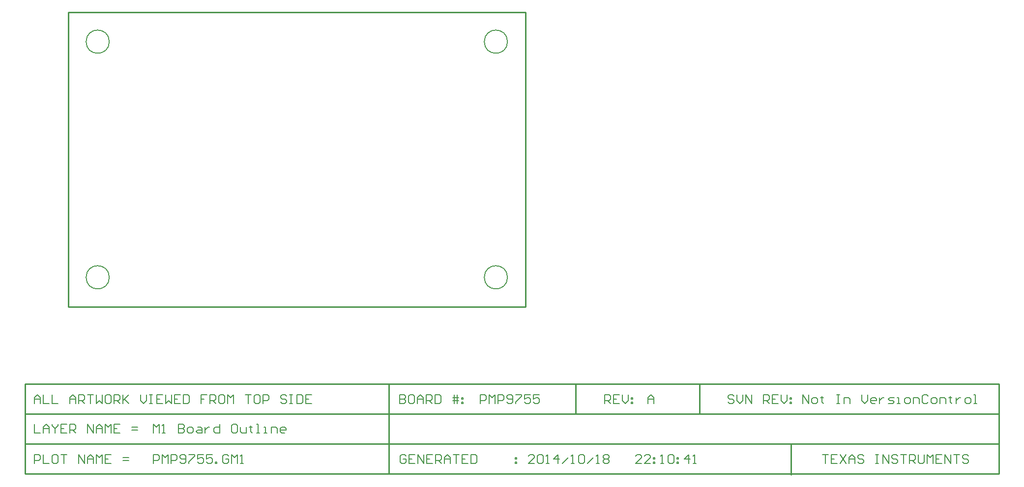
<source format=gm1>
%FSAX25Y25*%
%MOIN*%
G70*
G01*
G75*
G04 Layer_Color=11296232*
%ADD10C,0.03000*%
%ADD11C,0.01500*%
%ADD12C,0.01400*%
%ADD13R,0.02362X0.01969*%
%ADD14R,0.03740X0.03937*%
%ADD15R,0.08858X0.07677*%
%ADD16R,0.11417X0.21260*%
%ADD17R,0.03602X0.04803*%
%ADD18R,0.03937X0.03740*%
%ADD19R,0.10512X0.10000*%
%ADD20R,0.03000X0.05000*%
%ADD21R,0.08000X0.14000*%
%ADD22R,0.05000X0.01500*%
%ADD23R,0.05118X0.13386*%
%ADD24R,0.02362X0.05906*%
%ADD25C,0.01000*%
%ADD26C,0.02000*%
%ADD27C,0.10000*%
%ADD28C,0.00800*%
%ADD29R,0.07000X0.06500*%
%ADD30R,0.08500X0.03500*%
%ADD31R,0.15500X0.02676*%
%ADD32R,0.07500X0.03500*%
%ADD33R,0.14500X0.18000*%
%ADD34R,0.11500X0.04500*%
%ADD35R,0.02500X0.06500*%
%ADD36R,0.08500X0.12500*%
%ADD37R,0.10000X0.12000*%
%ADD38R,0.10000X0.10000*%
%ADD39R,0.05498X0.06227*%
%ADD40R,0.14500X0.07000*%
%ADD41R,0.16000X0.12000*%
%ADD42R,0.08000X0.07000*%
%ADD43R,0.11000X0.02500*%
%ADD44R,0.11012X0.05619*%
%ADD45R,0.09000X0.09000*%
%ADD46R,0.23000X0.16000*%
%ADD47R,0.20000X0.15000*%
%ADD48R,0.14720X0.04998*%
%ADD49R,0.04720X0.04845*%
%ADD50R,0.22000X0.06000*%
%ADD51R,0.12000X0.05000*%
%ADD52R,0.09000X0.06000*%
%ADD53R,0.05000X0.04000*%
%ADD54R,0.04000X0.05000*%
%ADD55R,0.08000X0.06000*%
%ADD56R,0.05000X0.05850*%
%ADD57R,0.06000X0.06000*%
%ADD58R,0.11500X0.05000*%
%ADD59R,0.06000X0.04998*%
%ADD60R,0.04998X0.05000*%
%ADD61R,1.25500X0.05000*%
%ADD62R,0.57000X0.12000*%
%ADD63R,0.24500X0.17500*%
%ADD64R,0.21227X0.14000*%
%ADD65R,1.34000X0.16000*%
%ADD66R,0.24500X0.04000*%
%ADD67R,0.18000X0.04500*%
%ADD68R,0.72000X0.39000*%
%ADD69R,0.06500X0.08500*%
%ADD70R,0.11024X0.11024*%
%ADD71C,0.11024*%
%ADD72R,0.06496X0.06496*%
%ADD73C,0.06496*%
%ADD74C,0.06299*%
%ADD75R,0.06299X0.06299*%
%ADD76C,0.06693*%
%ADD77R,0.06496X0.06496*%
%ADD78C,0.04000*%
%ADD79C,0.03200*%
%ADD80C,0.05000*%
%ADD81R,0.07000X0.08000*%
%ADD82R,0.10404X0.02104*%
%ADD83C,0.00787*%
%ADD84C,0.00984*%
%ADD85C,0.00700*%
%ADD86C,0.00600*%
%ADD87R,0.02000X0.09200*%
%ADD88R,0.02756X0.02362*%
%ADD89R,0.04134X0.04331*%
%ADD90R,0.09252X0.08071*%
%ADD91R,0.11811X0.21654*%
%ADD92R,0.03996X0.05197*%
%ADD93R,0.04331X0.04134*%
%ADD94R,0.10906X0.10394*%
%ADD95R,0.03394X0.05394*%
%ADD96R,0.08394X0.14394*%
%ADD97R,0.05394X0.01894*%
%ADD98R,0.05512X0.13780*%
%ADD99R,0.02756X0.06299*%
%ADD100R,0.11417X0.11417*%
%ADD101C,0.11417*%
%ADD102R,0.06693X0.06693*%
%ADD103C,0.07087*%
%ADD104C,0.04394*%
%ADD105C,0.03594*%
%ADD106C,0.00500*%
G54D25*
X0069200Y0353400D02*
X0379200D01*
Y0153400D02*
Y0353400D01*
X0069200Y0153400D02*
X0379200D01*
X0069200D02*
Y0353400D01*
X0559400Y0039400D02*
Y0059683D01*
X0440500Y0040050D02*
X0700200D01*
Y0101050D01*
X0286500Y0040050D02*
Y0101050D01*
X0040000Y0040050D02*
Y0101050D01*
X0040050Y0040050D02*
X0197600D01*
X0040050D02*
Y0101050D01*
Y0101050D02*
X0700200D01*
X0040000Y0040050D02*
X0440500D01*
X0040000Y0060383D02*
X0700000D01*
X0040000Y0080717D02*
X0700200D01*
X0413200D02*
Y0101050D01*
X0497200Y0080717D02*
Y0101050D01*
G54D28*
X0126900Y0067551D02*
Y0073549D01*
X0128899Y0071549D01*
X0130899Y0073549D01*
Y0067551D01*
X0132898D02*
X0134897D01*
X0133898D01*
Y0073549D01*
X0132898Y0072549D01*
X0143895Y0073549D02*
Y0067551D01*
X0146894D01*
X0147893Y0068550D01*
Y0069550D01*
X0146894Y0070550D01*
X0143895D01*
X0146894D01*
X0147893Y0071549D01*
Y0072549D01*
X0146894Y0073549D01*
X0143895D01*
X0150892Y0067551D02*
X0152892D01*
X0153891Y0068550D01*
Y0070550D01*
X0152892Y0071549D01*
X0150892D01*
X0149893Y0070550D01*
Y0068550D01*
X0150892Y0067551D01*
X0156890Y0071549D02*
X0158890D01*
X0159889Y0070550D01*
Y0067551D01*
X0156890D01*
X0155891Y0068550D01*
X0156890Y0069550D01*
X0159889D01*
X0161889Y0071549D02*
Y0067551D01*
Y0069550D01*
X0162888Y0070550D01*
X0163888Y0071549D01*
X0164888D01*
X0171885Y0073549D02*
Y0067551D01*
X0168886D01*
X0167887Y0068550D01*
Y0070550D01*
X0168886Y0071549D01*
X0171885D01*
X0182882Y0073549D02*
X0180883D01*
X0179883Y0072549D01*
Y0068550D01*
X0180883Y0067551D01*
X0182882D01*
X0183882Y0068550D01*
Y0072549D01*
X0182882Y0073549D01*
X0185881Y0071549D02*
Y0068550D01*
X0186881Y0067551D01*
X0189880D01*
Y0071549D01*
X0192879Y0072549D02*
Y0071549D01*
X0191879D01*
X0193878D01*
X0192879D01*
Y0068550D01*
X0193878Y0067551D01*
X0196877D02*
X0198877D01*
X0197877D01*
Y0073549D01*
X0196877D01*
X0201876Y0067551D02*
X0203875D01*
X0202875D01*
Y0071549D01*
X0201876D01*
X0206874Y0067551D02*
Y0071549D01*
X0209873D01*
X0210873Y0070550D01*
Y0067551D01*
X0215871D02*
X0213872D01*
X0212872Y0068550D01*
Y0070550D01*
X0213872Y0071549D01*
X0215871D01*
X0216871Y0070550D01*
Y0069550D01*
X0212872D01*
X0580500Y0052965D02*
X0584499D01*
X0582499D01*
Y0046966D01*
X0590497Y0052965D02*
X0586498D01*
Y0046966D01*
X0590497D01*
X0586498Y0049966D02*
X0588497D01*
X0592496Y0052965D02*
X0596495Y0046966D01*
Y0052965D02*
X0592496Y0046966D01*
X0598494D02*
Y0050965D01*
X0600493Y0052965D01*
X0602493Y0050965D01*
Y0046966D01*
Y0049966D01*
X0598494D01*
X0608491Y0051965D02*
X0607491Y0052965D01*
X0605492D01*
X0604492Y0051965D01*
Y0050965D01*
X0605492Y0049966D01*
X0607491D01*
X0608491Y0048966D01*
Y0047966D01*
X0607491Y0046966D01*
X0605492D01*
X0604492Y0047966D01*
X0616488Y0052965D02*
X0618488D01*
X0617488D01*
Y0046966D01*
X0616488D01*
X0618488D01*
X0621487D02*
Y0052965D01*
X0625486Y0046966D01*
Y0052965D01*
X0631484Y0051965D02*
X0630484Y0052965D01*
X0628484D01*
X0627485Y0051965D01*
Y0050965D01*
X0628484Y0049966D01*
X0630484D01*
X0631484Y0048966D01*
Y0047966D01*
X0630484Y0046966D01*
X0628484D01*
X0627485Y0047966D01*
X0633483Y0052965D02*
X0637482D01*
X0635482D01*
Y0046966D01*
X0639481D02*
Y0052965D01*
X0642480D01*
X0643480Y0051965D01*
Y0049966D01*
X0642480Y0048966D01*
X0639481D01*
X0641480D02*
X0643480Y0046966D01*
X0645479Y0052965D02*
Y0047966D01*
X0646479Y0046966D01*
X0648478D01*
X0649478Y0047966D01*
Y0052965D01*
X0651477Y0046966D02*
Y0052965D01*
X0653476Y0050965D01*
X0655476Y0052965D01*
Y0046966D01*
X0661474Y0052965D02*
X0657475D01*
Y0046966D01*
X0661474D01*
X0657475Y0049966D02*
X0659474D01*
X0663473Y0046966D02*
Y0052965D01*
X0667472Y0046966D01*
Y0052965D01*
X0669471D02*
X0673470D01*
X0671471D01*
Y0046966D01*
X0679468Y0051965D02*
X0678468Y0052965D01*
X0676469D01*
X0675469Y0051965D01*
Y0050965D01*
X0676469Y0049966D01*
X0678468D01*
X0679468Y0048966D01*
Y0047966D01*
X0678468Y0046966D01*
X0676469D01*
X0675469Y0047966D01*
X0458049Y0046966D02*
X0454050D01*
X0458049Y0050965D01*
Y0051965D01*
X0457049Y0052965D01*
X0455050D01*
X0454050Y0051965D01*
X0464047Y0046966D02*
X0460048D01*
X0464047Y0050965D01*
Y0051965D01*
X0463047Y0052965D01*
X0461048D01*
X0460048Y0051965D01*
X0466046Y0050965D02*
X0467046D01*
Y0049966D01*
X0466046D01*
Y0050965D01*
Y0047966D02*
X0467046D01*
Y0046966D01*
X0466046D01*
Y0047966D01*
X0471044Y0046966D02*
X0473044D01*
X0472044D01*
Y0052965D01*
X0471044Y0051965D01*
X0476043D02*
X0477043Y0052965D01*
X0479042D01*
X0480042Y0051965D01*
Y0047966D01*
X0479042Y0046966D01*
X0477043D01*
X0476043Y0047966D01*
Y0051965D01*
X0482041Y0050965D02*
X0483041D01*
Y0049966D01*
X0482041D01*
Y0050965D01*
Y0047966D02*
X0483041D01*
Y0046966D01*
X0482041D01*
Y0047966D01*
X0490038Y0046966D02*
Y0052965D01*
X0487039Y0049966D01*
X0491038D01*
X0493037Y0046966D02*
X0495037D01*
X0494037D01*
Y0052965D01*
X0493037Y0051965D01*
X0046350Y0046966D02*
Y0052965D01*
X0049349D01*
X0050349Y0051965D01*
Y0049966D01*
X0049349Y0048966D01*
X0046350D01*
X0052348Y0052965D02*
Y0046966D01*
X0056347D01*
X0061345Y0052965D02*
X0059346D01*
X0058346Y0051965D01*
Y0047966D01*
X0059346Y0046966D01*
X0061345D01*
X0062345Y0047966D01*
Y0051965D01*
X0061345Y0052965D01*
X0064344D02*
X0068343D01*
X0066343D01*
Y0046966D01*
X0076340D02*
Y0052965D01*
X0080339Y0046966D01*
Y0052965D01*
X0082338Y0046966D02*
Y0050965D01*
X0084338Y0052965D01*
X0086337Y0050965D01*
Y0046966D01*
Y0049966D01*
X0082338D01*
X0088336Y0046966D02*
Y0052965D01*
X0090336Y0050965D01*
X0092335Y0052965D01*
Y0046966D01*
X0098333Y0052965D02*
X0094335D01*
Y0046966D01*
X0098333D01*
X0094335Y0049966D02*
X0096334D01*
X0106331Y0048966D02*
X0110329D01*
X0106331Y0050965D02*
X0110329D01*
X0046350Y0073549D02*
Y0067551D01*
X0050349D01*
X0052348D02*
Y0071549D01*
X0054347Y0073549D01*
X0056347Y0071549D01*
Y0067551D01*
Y0070550D01*
X0052348D01*
X0058346Y0073549D02*
Y0072549D01*
X0060346Y0070550D01*
X0062345Y0072549D01*
Y0073549D01*
X0060346Y0070550D02*
Y0067551D01*
X0068343Y0073549D02*
X0064344D01*
Y0067551D01*
X0068343D01*
X0064344Y0070550D02*
X0066343D01*
X0070342Y0067551D02*
Y0073549D01*
X0073341D01*
X0074341Y0072549D01*
Y0070550D01*
X0073341Y0069550D01*
X0070342D01*
X0072342D02*
X0074341Y0067551D01*
X0082338D02*
Y0073549D01*
X0086337Y0067551D01*
Y0073549D01*
X0088336Y0067551D02*
Y0071549D01*
X0090336Y0073549D01*
X0092335Y0071549D01*
Y0067551D01*
Y0070550D01*
X0088336D01*
X0094335Y0067551D02*
Y0073549D01*
X0096334Y0071549D01*
X0098333Y0073549D01*
Y0067551D01*
X0104331Y0073549D02*
X0100332D01*
Y0067551D01*
X0104331D01*
X0100332Y0070550D02*
X0102332D01*
X0112329Y0069550D02*
X0116327D01*
X0112329Y0071549D02*
X0116327D01*
X0294000Y0093831D02*
Y0087833D01*
X0296999D01*
X0297999Y0088833D01*
Y0089833D01*
X0296999Y0090832D01*
X0294000D01*
X0296999D01*
X0297999Y0091832D01*
Y0092832D01*
X0296999Y0093831D01*
X0294000D01*
X0302997D02*
X0300998D01*
X0299998Y0092832D01*
Y0088833D01*
X0300998Y0087833D01*
X0302997D01*
X0303997Y0088833D01*
Y0092832D01*
X0302997Y0093831D01*
X0305996Y0087833D02*
Y0091832D01*
X0307996Y0093831D01*
X0309995Y0091832D01*
Y0087833D01*
Y0090832D01*
X0305996D01*
X0311994Y0087833D02*
Y0093831D01*
X0314993D01*
X0315993Y0092832D01*
Y0090832D01*
X0314993Y0089833D01*
X0311994D01*
X0313994D02*
X0315993Y0087833D01*
X0317992Y0093831D02*
Y0087833D01*
X0320991D01*
X0321991Y0088833D01*
Y0092832D01*
X0320991Y0093831D01*
X0317992D01*
X0330988Y0087833D02*
Y0093831D01*
X0332987D02*
Y0087833D01*
X0329988Y0091832D02*
X0332987D01*
X0333987D01*
X0329988Y0089833D02*
X0333987D01*
X0335986Y0091832D02*
X0336986D01*
Y0090832D01*
X0335986D01*
Y0091832D01*
Y0088833D02*
X0336986D01*
Y0087833D01*
X0335986D01*
Y0088833D01*
X0348550Y0087833D02*
Y0093831D01*
X0351549D01*
X0352549Y0092832D01*
Y0090832D01*
X0351549Y0089833D01*
X0348550D01*
X0354548Y0087833D02*
Y0093831D01*
X0356547Y0091832D01*
X0358547Y0093831D01*
Y0087833D01*
X0360546D02*
Y0093831D01*
X0363545D01*
X0364545Y0092832D01*
Y0090832D01*
X0363545Y0089833D01*
X0360546D01*
X0366544Y0088833D02*
X0367544Y0087833D01*
X0369543D01*
X0370543Y0088833D01*
Y0092832D01*
X0369543Y0093831D01*
X0367544D01*
X0366544Y0092832D01*
Y0091832D01*
X0367544Y0090832D01*
X0370543D01*
X0372542Y0093831D02*
X0376541D01*
Y0092832D01*
X0372542Y0088833D01*
Y0087833D01*
X0382539Y0093831D02*
X0378540D01*
Y0090832D01*
X0380540Y0091832D01*
X0381539D01*
X0382539Y0090832D01*
Y0088833D01*
X0381539Y0087833D01*
X0379540D01*
X0378540Y0088833D01*
X0388537Y0093831D02*
X0384538D01*
Y0090832D01*
X0386538Y0091832D01*
X0387537D01*
X0388537Y0090832D01*
Y0088833D01*
X0387537Y0087833D01*
X0385538D01*
X0384538Y0088833D01*
X0462150Y0087833D02*
Y0091832D01*
X0464149Y0093831D01*
X0466149Y0091832D01*
Y0087833D01*
Y0090832D01*
X0462150D01*
X0046350Y0087833D02*
Y0091832D01*
X0048349Y0093831D01*
X0050349Y0091832D01*
Y0087833D01*
Y0090832D01*
X0046350D01*
X0052348Y0093831D02*
Y0087833D01*
X0056347D01*
X0058346Y0093831D02*
Y0087833D01*
X0062345D01*
X0070342D02*
Y0091832D01*
X0072342Y0093831D01*
X0074341Y0091832D01*
Y0087833D01*
Y0090832D01*
X0070342D01*
X0076340Y0087833D02*
Y0093831D01*
X0079339D01*
X0080339Y0092832D01*
Y0090832D01*
X0079339Y0089833D01*
X0076340D01*
X0078340D02*
X0080339Y0087833D01*
X0082338Y0093831D02*
X0086337D01*
X0084338D01*
Y0087833D01*
X0088336Y0093831D02*
Y0087833D01*
X0090336Y0089833D01*
X0092335Y0087833D01*
Y0093831D01*
X0097334D02*
X0095334D01*
X0094335Y0092832D01*
Y0088833D01*
X0095334Y0087833D01*
X0097334D01*
X0098333Y0088833D01*
Y0092832D01*
X0097334Y0093831D01*
X0100332Y0087833D02*
Y0093831D01*
X0103332D01*
X0104331Y0092832D01*
Y0090832D01*
X0103332Y0089833D01*
X0100332D01*
X0102332D02*
X0104331Y0087833D01*
X0106331Y0093831D02*
Y0087833D01*
Y0089833D01*
X0110329Y0093831D01*
X0107330Y0090832D01*
X0110329Y0087833D01*
X0118327Y0093831D02*
Y0089833D01*
X0120326Y0087833D01*
X0122325Y0089833D01*
Y0093831D01*
X0124325D02*
X0126324D01*
X0125324D01*
Y0087833D01*
X0124325D01*
X0126324D01*
X0133322Y0093831D02*
X0129323D01*
Y0087833D01*
X0133322D01*
X0129323Y0090832D02*
X0131323D01*
X0135321Y0093831D02*
Y0087833D01*
X0137321Y0089833D01*
X0139320Y0087833D01*
Y0093831D01*
X0145318D02*
X0141319D01*
Y0087833D01*
X0145318D01*
X0141319Y0090832D02*
X0143319D01*
X0147317Y0093831D02*
Y0087833D01*
X0150316D01*
X0151316Y0088833D01*
Y0092832D01*
X0150316Y0093831D01*
X0147317D01*
X0163312D02*
X0159313D01*
Y0090832D01*
X0161313D01*
X0159313D01*
Y0087833D01*
X0165312D02*
Y0093831D01*
X0168310D01*
X0169310Y0092832D01*
Y0090832D01*
X0168310Y0089833D01*
X0165312D01*
X0167311D02*
X0169310Y0087833D01*
X0174309Y0093831D02*
X0172309D01*
X0171310Y0092832D01*
Y0088833D01*
X0172309Y0087833D01*
X0174309D01*
X0175308Y0088833D01*
Y0092832D01*
X0174309Y0093831D01*
X0177308Y0087833D02*
Y0093831D01*
X0179307Y0091832D01*
X0181306Y0093831D01*
Y0087833D01*
X0189304Y0093831D02*
X0193303D01*
X0191303D01*
Y0087833D01*
X0198301Y0093831D02*
X0196301D01*
X0195302Y0092832D01*
Y0088833D01*
X0196301Y0087833D01*
X0198301D01*
X0199301Y0088833D01*
Y0092832D01*
X0198301Y0093831D01*
X0201300Y0087833D02*
Y0093831D01*
X0204299D01*
X0205299Y0092832D01*
Y0090832D01*
X0204299Y0089833D01*
X0201300D01*
X0217295Y0092832D02*
X0216295Y0093831D01*
X0214296D01*
X0213296Y0092832D01*
Y0091832D01*
X0214296Y0090832D01*
X0216295D01*
X0217295Y0089833D01*
Y0088833D01*
X0216295Y0087833D01*
X0214296D01*
X0213296Y0088833D01*
X0219294Y0093831D02*
X0221293D01*
X0220294D01*
Y0087833D01*
X0219294D01*
X0221293D01*
X0224292Y0093831D02*
Y0087833D01*
X0227291D01*
X0228291Y0088833D01*
Y0092832D01*
X0227291Y0093831D01*
X0224292D01*
X0234289D02*
X0230291D01*
Y0087833D01*
X0234289D01*
X0230291Y0090832D02*
X0232290D01*
X0298199Y0051965D02*
X0297199Y0052965D01*
X0295200D01*
X0294200Y0051965D01*
Y0047966D01*
X0295200Y0046966D01*
X0297199D01*
X0298199Y0047966D01*
Y0049966D01*
X0296199D01*
X0304197Y0052965D02*
X0300198D01*
Y0046966D01*
X0304197D01*
X0300198Y0049966D02*
X0302197D01*
X0306196Y0046966D02*
Y0052965D01*
X0310195Y0046966D01*
Y0052965D01*
X0316193D02*
X0312194D01*
Y0046966D01*
X0316193D01*
X0312194Y0049966D02*
X0314194D01*
X0318192Y0046966D02*
Y0052965D01*
X0321191D01*
X0322191Y0051965D01*
Y0049966D01*
X0321191Y0048966D01*
X0318192D01*
X0320192D02*
X0322191Y0046966D01*
X0324190D02*
Y0050965D01*
X0326190Y0052965D01*
X0328189Y0050965D01*
Y0046966D01*
Y0049966D01*
X0324190D01*
X0330188Y0052965D02*
X0334187D01*
X0332188D01*
Y0046966D01*
X0340185Y0052965D02*
X0336186D01*
Y0046966D01*
X0340185D01*
X0336186Y0049966D02*
X0338186D01*
X0342184Y0052965D02*
Y0046966D01*
X0345183D01*
X0346183Y0047966D01*
Y0051965D01*
X0345183Y0052965D01*
X0342184D01*
X0372175Y0050965D02*
X0373175D01*
Y0049966D01*
X0372175D01*
Y0050965D01*
Y0047966D02*
X0373175D01*
Y0046966D01*
X0372175D01*
Y0047966D01*
X0385149Y0046966D02*
X0381150D01*
X0385149Y0050965D01*
Y0051965D01*
X0384149Y0052965D01*
X0382150D01*
X0381150Y0051965D01*
X0387148D02*
X0388148Y0052965D01*
X0390147D01*
X0391147Y0051965D01*
Y0047966D01*
X0390147Y0046966D01*
X0388148D01*
X0387148Y0047966D01*
Y0051965D01*
X0393146Y0046966D02*
X0395146D01*
X0394146D01*
Y0052965D01*
X0393146Y0051965D01*
X0401144Y0046966D02*
Y0052965D01*
X0398145Y0049966D01*
X0402143D01*
X0404143Y0046966D02*
X0408141Y0050965D01*
X0410141Y0046966D02*
X0412140D01*
X0411140D01*
Y0052965D01*
X0410141Y0051965D01*
X0415139D02*
X0416139Y0052965D01*
X0418138D01*
X0419138Y0051965D01*
Y0047966D01*
X0418138Y0046966D01*
X0416139D01*
X0415139Y0047966D01*
Y0051965D01*
X0421137Y0046966D02*
X0425136Y0050965D01*
X0427135Y0046966D02*
X0429135D01*
X0428135D01*
Y0052965D01*
X0427135Y0051965D01*
X0432133D02*
X0433133Y0052965D01*
X0435133D01*
X0436132Y0051965D01*
Y0050965D01*
X0435133Y0049966D01*
X0436132Y0048966D01*
Y0047966D01*
X0435133Y0046966D01*
X0433133D01*
X0432133Y0047966D01*
Y0048966D01*
X0433133Y0049966D01*
X0432133Y0050965D01*
Y0051965D01*
X0433133Y0049966D02*
X0435133D01*
X0126900Y0046966D02*
Y0052965D01*
X0129899D01*
X0130899Y0051965D01*
Y0049966D01*
X0129899Y0048966D01*
X0126900D01*
X0132898Y0046966D02*
Y0052965D01*
X0134897Y0050965D01*
X0136897Y0052965D01*
Y0046966D01*
X0138896D02*
Y0052965D01*
X0141895D01*
X0142895Y0051965D01*
Y0049966D01*
X0141895Y0048966D01*
X0138896D01*
X0144894Y0047966D02*
X0145894Y0046966D01*
X0147893D01*
X0148893Y0047966D01*
Y0051965D01*
X0147893Y0052965D01*
X0145894D01*
X0144894Y0051965D01*
Y0050965D01*
X0145894Y0049966D01*
X0148893D01*
X0150892Y0052965D02*
X0154891D01*
Y0051965D01*
X0150892Y0047966D01*
Y0046966D01*
X0160889Y0052965D02*
X0156890D01*
Y0049966D01*
X0158890Y0050965D01*
X0159889D01*
X0160889Y0049966D01*
Y0047966D01*
X0159889Y0046966D01*
X0157890D01*
X0156890Y0047966D01*
X0166887Y0052965D02*
X0162888D01*
Y0049966D01*
X0164888Y0050965D01*
X0165887D01*
X0166887Y0049966D01*
Y0047966D01*
X0165887Y0046966D01*
X0163888D01*
X0162888Y0047966D01*
X0168886Y0046966D02*
Y0047966D01*
X0169886D01*
Y0046966D01*
X0168886D01*
X0177884Y0051965D02*
X0176884Y0052965D01*
X0174884D01*
X0173885Y0051965D01*
Y0047966D01*
X0174884Y0046966D01*
X0176884D01*
X0177884Y0047966D01*
Y0049966D01*
X0175884D01*
X0179883Y0046966D02*
Y0052965D01*
X0181882Y0050965D01*
X0183882Y0052965D01*
Y0046966D01*
X0185881D02*
X0187880D01*
X0186881D01*
Y0052965D01*
X0185881Y0051965D01*
X0433000Y0087833D02*
Y0093831D01*
X0435999D01*
X0436999Y0092832D01*
Y0090832D01*
X0435999Y0089833D01*
X0433000D01*
X0434999D02*
X0436999Y0087833D01*
X0442997Y0093831D02*
X0438998D01*
Y0087833D01*
X0442997D01*
X0438998Y0090832D02*
X0440997D01*
X0444996Y0093831D02*
Y0089833D01*
X0446995Y0087833D01*
X0448995Y0089833D01*
Y0093831D01*
X0450994Y0091832D02*
X0451994D01*
Y0090832D01*
X0450994D01*
Y0091832D01*
Y0088833D02*
X0451994D01*
Y0087833D01*
X0450994D01*
Y0088833D01*
X0520799Y0092832D02*
X0519799Y0093831D01*
X0517800D01*
X0516800Y0092832D01*
Y0091832D01*
X0517800Y0090832D01*
X0519799D01*
X0520799Y0089833D01*
Y0088833D01*
X0519799Y0087833D01*
X0517800D01*
X0516800Y0088833D01*
X0522798Y0093831D02*
Y0089833D01*
X0524797Y0087833D01*
X0526797Y0089833D01*
Y0093831D01*
X0528796Y0087833D02*
Y0093831D01*
X0532795Y0087833D01*
Y0093831D01*
X0540792Y0087833D02*
Y0093831D01*
X0543791D01*
X0544791Y0092832D01*
Y0090832D01*
X0543791Y0089833D01*
X0540792D01*
X0542792D02*
X0544791Y0087833D01*
X0550789Y0093831D02*
X0546790D01*
Y0087833D01*
X0550789D01*
X0546790Y0090832D02*
X0548790D01*
X0552788Y0093831D02*
Y0089833D01*
X0554788Y0087833D01*
X0556787Y0089833D01*
Y0093831D01*
X0558786Y0091832D02*
X0559786D01*
Y0090832D01*
X0558786D01*
Y0091832D01*
Y0088833D02*
X0559786D01*
Y0087833D01*
X0558786D01*
Y0088833D01*
X0567400Y0087833D02*
Y0093831D01*
X0571399Y0087833D01*
Y0093831D01*
X0574398Y0087833D02*
X0576397D01*
X0577397Y0088833D01*
Y0090832D01*
X0576397Y0091832D01*
X0574398D01*
X0573398Y0090832D01*
Y0088833D01*
X0574398Y0087833D01*
X0580396Y0092832D02*
Y0091832D01*
X0579396D01*
X0581395D01*
X0580396D01*
Y0088833D01*
X0581395Y0087833D01*
X0590393Y0093831D02*
X0592392D01*
X0591392D01*
Y0087833D01*
X0590393D01*
X0592392D01*
X0595391D02*
Y0091832D01*
X0598390D01*
X0599390Y0090832D01*
Y0087833D01*
X0607387Y0093831D02*
Y0089833D01*
X0609386Y0087833D01*
X0611386Y0089833D01*
Y0093831D01*
X0616384Y0087833D02*
X0614385D01*
X0613385Y0088833D01*
Y0090832D01*
X0614385Y0091832D01*
X0616384D01*
X0617384Y0090832D01*
Y0089833D01*
X0613385D01*
X0619383Y0091832D02*
Y0087833D01*
Y0089833D01*
X0620383Y0090832D01*
X0621383Y0091832D01*
X0622382D01*
X0625381Y0087833D02*
X0628380D01*
X0629380Y0088833D01*
X0628380Y0089833D01*
X0626381D01*
X0625381Y0090832D01*
X0626381Y0091832D01*
X0629380D01*
X0631379Y0087833D02*
X0633379D01*
X0632379D01*
Y0091832D01*
X0631379D01*
X0637377Y0087833D02*
X0639377D01*
X0640376Y0088833D01*
Y0090832D01*
X0639377Y0091832D01*
X0637377D01*
X0636378Y0090832D01*
Y0088833D01*
X0637377Y0087833D01*
X0642376D02*
Y0091832D01*
X0645375D01*
X0646374Y0090832D01*
Y0087833D01*
X0652373Y0092832D02*
X0651373Y0093831D01*
X0649373D01*
X0648374Y0092832D01*
Y0088833D01*
X0649373Y0087833D01*
X0651373D01*
X0652373Y0088833D01*
X0655372Y0087833D02*
X0657371D01*
X0658371Y0088833D01*
Y0090832D01*
X0657371Y0091832D01*
X0655372D01*
X0654372Y0090832D01*
Y0088833D01*
X0655372Y0087833D01*
X0660370D02*
Y0091832D01*
X0663369D01*
X0664369Y0090832D01*
Y0087833D01*
X0667368Y0092832D02*
Y0091832D01*
X0666368D01*
X0668367D01*
X0667368D01*
Y0088833D01*
X0668367Y0087833D01*
X0671366Y0091832D02*
Y0087833D01*
Y0089833D01*
X0672366Y0090832D01*
X0673366Y0091832D01*
X0674365D01*
X0678364Y0087833D02*
X0680364D01*
X0681363Y0088833D01*
Y0090832D01*
X0680364Y0091832D01*
X0678364D01*
X0677364Y0090832D01*
Y0088833D01*
X0678364Y0087833D01*
X0683362D02*
X0685362D01*
X0684362D01*
Y0093831D01*
X0683362D01*
G54D106*
X0367074Y0333400D02*
G03*
X0367074Y0333400I-0007874J0000000D01*
G01*
X0097074D02*
G03*
X0097074Y0333400I-0007874J0000000D01*
G01*
Y0173400D02*
G03*
X0097074Y0173400I-0007874J0000000D01*
G01*
X0367074D02*
G03*
X0367074Y0173400I-0007874J0000000D01*
G01*
M02*

</source>
